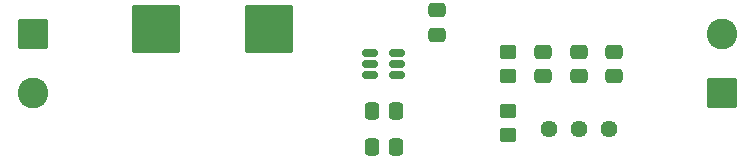
<source format=gbr>
%TF.GenerationSoftware,KiCad,Pcbnew,9.0.6*%
%TF.CreationDate,2026-01-20T00:14:12+05:30*%
%TF.ProjectId,buck_conv_lmr51430,6275636b-5f63-46f6-9e76-5f6c6d723531,rev?*%
%TF.SameCoordinates,Original*%
%TF.FileFunction,Soldermask,Top*%
%TF.FilePolarity,Negative*%
%FSLAX46Y46*%
G04 Gerber Fmt 4.6, Leading zero omitted, Abs format (unit mm)*
G04 Created by KiCad (PCBNEW 9.0.6) date 2026-01-20 00:14:12*
%MOMM*%
%LPD*%
G01*
G04 APERTURE LIST*
G04 Aperture macros list*
%AMRoundRect*
0 Rectangle with rounded corners*
0 $1 Rounding radius*
0 $2 $3 $4 $5 $6 $7 $8 $9 X,Y pos of 4 corners*
0 Add a 4 corners polygon primitive as box body*
4,1,4,$2,$3,$4,$5,$6,$7,$8,$9,$2,$3,0*
0 Add four circle primitives for the rounded corners*
1,1,$1+$1,$2,$3*
1,1,$1+$1,$4,$5*
1,1,$1+$1,$6,$7*
1,1,$1+$1,$8,$9*
0 Add four rect primitives between the rounded corners*
20,1,$1+$1,$2,$3,$4,$5,0*
20,1,$1+$1,$4,$5,$6,$7,0*
20,1,$1+$1,$6,$7,$8,$9,0*
20,1,$1+$1,$8,$9,$2,$3,0*%
G04 Aperture macros list end*
%ADD10RoundRect,0.150000X-0.512500X-0.150000X0.512500X-0.150000X0.512500X0.150000X-0.512500X0.150000X0*%
%ADD11RoundRect,0.250000X-0.475000X0.337500X-0.475000X-0.337500X0.475000X-0.337500X0.475000X0.337500X0*%
%ADD12RoundRect,0.250000X-0.337500X-0.475000X0.337500X-0.475000X0.337500X0.475000X-0.337500X0.475000X0*%
%ADD13C,1.440000*%
%ADD14RoundRect,0.250000X-1.050000X1.050000X-1.050000X-1.050000X1.050000X-1.050000X1.050000X1.050000X0*%
%ADD15C,2.600000*%
%ADD16RoundRect,0.250000X0.475000X-0.337500X0.475000X0.337500X-0.475000X0.337500X-0.475000X-0.337500X0*%
%ADD17RoundRect,0.250000X-0.450000X0.350000X-0.450000X-0.350000X0.450000X-0.350000X0.450000X0.350000X0*%
%ADD18RoundRect,0.250002X1.799998X1.799998X-1.799998X1.799998X-1.799998X-1.799998X1.799998X-1.799998X0*%
%ADD19RoundRect,0.250000X1.050000X-1.050000X1.050000X1.050000X-1.050000X1.050000X-1.050000X-1.050000X0*%
G04 APERTURE END LIST*
D10*
%TO.C,U1*%
X154362500Y-89050000D03*
X154362500Y-90000000D03*
X154362500Y-90950000D03*
X156637500Y-90950000D03*
X156637500Y-90000000D03*
X156637500Y-89050000D03*
%TD*%
D11*
%TO.C,C4*%
X172000000Y-88962500D03*
X172000000Y-91037500D03*
%TD*%
D12*
%TO.C,C2*%
X154462500Y-94000000D03*
X156537500Y-94000000D03*
%TD*%
D13*
%TO.C,RV1*%
X174540000Y-95500000D03*
X172000000Y-95500000D03*
X169460000Y-95500000D03*
%TD*%
D14*
%TO.C,J1*%
X125827500Y-87500000D03*
D15*
X125827500Y-92500000D03*
%TD*%
D16*
%TO.C,C3*%
X160000000Y-87537500D03*
X160000000Y-85462500D03*
%TD*%
D17*
%TO.C,R2*%
X166000000Y-94000000D03*
X166000000Y-96000000D03*
%TD*%
D11*
%TO.C,C6*%
X175000000Y-88962500D03*
X175000000Y-91037500D03*
%TD*%
D12*
%TO.C,C1*%
X154462500Y-97000000D03*
X156537500Y-97000000D03*
%TD*%
D17*
%TO.C,R1*%
X166000000Y-89000000D03*
X166000000Y-91000000D03*
%TD*%
D18*
%TO.C,L1*%
X145750000Y-87000000D03*
X136250000Y-87000000D03*
%TD*%
D11*
%TO.C,C5*%
X168990000Y-88962500D03*
X168990000Y-91037500D03*
%TD*%
D19*
%TO.C,J2*%
X184172500Y-92500000D03*
D15*
X184172500Y-87500000D03*
%TD*%
M02*

</source>
